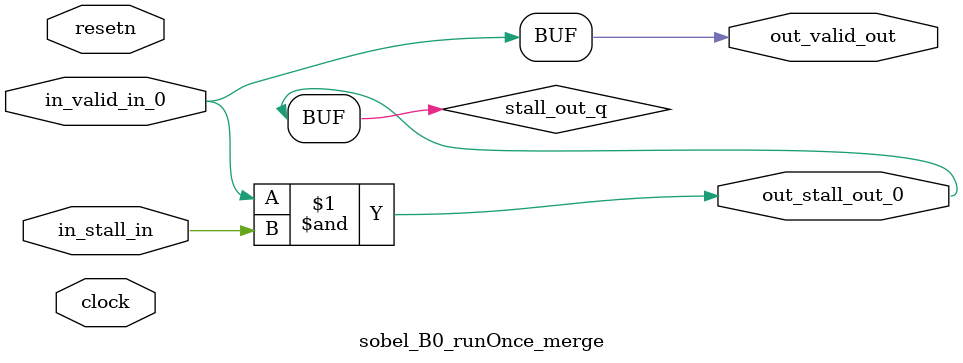
<source format=sv>



(* altera_attribute = "-name AUTO_SHIFT_REGISTER_RECOGNITION OFF; -name MESSAGE_DISABLE 10036; -name MESSAGE_DISABLE 10037; -name MESSAGE_DISABLE 14130; -name MESSAGE_DISABLE 14320; -name MESSAGE_DISABLE 15400; -name MESSAGE_DISABLE 14130; -name MESSAGE_DISABLE 10036; -name MESSAGE_DISABLE 12020; -name MESSAGE_DISABLE 12030; -name MESSAGE_DISABLE 12010; -name MESSAGE_DISABLE 12110; -name MESSAGE_DISABLE 14320; -name MESSAGE_DISABLE 13410; -name MESSAGE_DISABLE 113007; -name MESSAGE_DISABLE 10958" *)
module sobel_B0_runOnce_merge (
    input wire [0:0] in_stall_in,
    input wire [0:0] in_valid_in_0,
    output wire [0:0] out_stall_out_0,
    output wire [0:0] out_valid_out,
    input wire clock,
    input wire resetn
    );

    wire [0:0] stall_out_q;


    // stall_out(LOGICAL,6)
    assign stall_out_q = in_valid_in_0 & in_stall_in;

    // out_stall_out_0(GPOUT,4)
    assign out_stall_out_0 = stall_out_q;

    // out_valid_out(GPOUT,5)
    assign out_valid_out = in_valid_in_0;

endmodule

</source>
